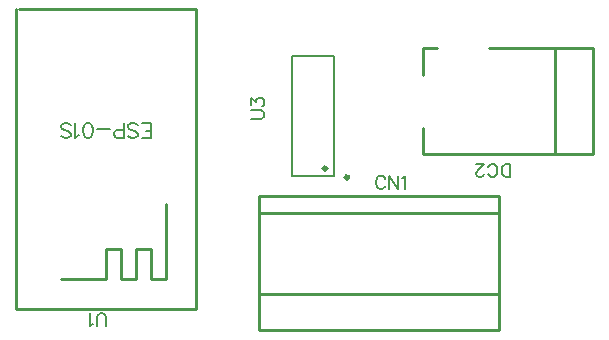
<source format=gto>
G04 Layer: TopSilkLayer*
G04 EasyEDA v6.4.20.6, 2021-08-18T22:01:06+01:00*
G04 0f83d257b5034ebfbbe3f03d496d4c61,10*
G04 Gerber Generator version 0.2*
G04 Scale: 100 percent, Rotated: No, Reflected: No *
G04 Dimensions in millimeters *
G04 leading zeros omitted , absolute positions ,4 integer and 5 decimal *
%FSLAX45Y45*%
%MOMM*%

%ADD10C,0.2540*%
%ADD14C,0.1524*%
%ADD15C,0.3000*%
%ADD16C,0.2032*%

%LPD*%
D14*
X5361177Y7036308D02*
G01*
X5355843Y7046721D01*
X5345429Y7057136D01*
X5335270Y7062215D01*
X5314441Y7062215D01*
X5304027Y7057136D01*
X5293613Y7046721D01*
X5288279Y7036308D01*
X5283200Y7020560D01*
X5283200Y6994652D01*
X5288279Y6979158D01*
X5293613Y6968744D01*
X5304027Y6958329D01*
X5314441Y6953250D01*
X5335270Y6953250D01*
X5345429Y6958329D01*
X5355843Y6968744D01*
X5361177Y6979158D01*
X5395468Y7062215D02*
G01*
X5395468Y6953250D01*
X5395468Y7062215D02*
G01*
X5468111Y6953250D01*
X5468111Y7062215D02*
G01*
X5468111Y6953250D01*
X5502402Y7041387D02*
G01*
X5512815Y7046721D01*
X5528309Y7062215D01*
X5528309Y6953250D01*
X6418300Y7053618D02*
G01*
X6418300Y7162584D01*
X6418300Y7053618D02*
G01*
X6381978Y7053618D01*
X6366230Y7058698D01*
X6356070Y7069112D01*
X6350736Y7079526D01*
X6345656Y7095274D01*
X6345656Y7121182D01*
X6350736Y7136676D01*
X6356070Y7147090D01*
X6366230Y7157504D01*
X6381978Y7162584D01*
X6418300Y7162584D01*
X6233388Y7079526D02*
G01*
X6238468Y7069112D01*
X6248882Y7058698D01*
X6259296Y7053618D01*
X6280124Y7053618D01*
X6290538Y7058698D01*
X6300952Y7069112D01*
X6306032Y7079526D01*
X6311366Y7095274D01*
X6311366Y7121182D01*
X6306032Y7136676D01*
X6300952Y7147090D01*
X6290538Y7157504D01*
X6280124Y7162584D01*
X6259296Y7162584D01*
X6248882Y7157504D01*
X6238468Y7147090D01*
X6233388Y7136676D01*
X6193764Y7079526D02*
G01*
X6193764Y7074446D01*
X6188684Y7064032D01*
X6183350Y7058698D01*
X6173190Y7053618D01*
X6152362Y7053618D01*
X6141948Y7058698D01*
X6136614Y7064032D01*
X6131534Y7074446D01*
X6131534Y7084860D01*
X6136614Y7095274D01*
X6147028Y7110768D01*
X6199098Y7162584D01*
X6126200Y7162584D01*
X2997200Y5790184D02*
G01*
X2997200Y5868162D01*
X2992120Y5883655D01*
X2981706Y5894070D01*
X2965958Y5899150D01*
X2955543Y5899150D01*
X2940050Y5894070D01*
X2929636Y5883655D01*
X2924556Y5868162D01*
X2924556Y5790184D01*
X2890265Y5811012D02*
G01*
X2879852Y5805678D01*
X2864104Y5790184D01*
X2864104Y5899150D01*
D16*
X3378200Y7385558D02*
G01*
X3378200Y7506970D01*
X3378200Y7385558D02*
G01*
X3303270Y7385558D01*
X3378200Y7443470D02*
G01*
X3331972Y7443470D01*
X3378200Y7506970D02*
G01*
X3303270Y7506970D01*
X3184143Y7402829D02*
G01*
X3195827Y7391400D01*
X3213100Y7385558D01*
X3236213Y7385558D01*
X3253486Y7391400D01*
X3265170Y7402829D01*
X3265170Y7414513D01*
X3259327Y7425944D01*
X3253486Y7431786D01*
X3242056Y7437628D01*
X3207258Y7449058D01*
X3195827Y7454900D01*
X3189986Y7460742D01*
X3184143Y7472171D01*
X3184143Y7489444D01*
X3195827Y7501128D01*
X3213100Y7506970D01*
X3236213Y7506970D01*
X3253486Y7501128D01*
X3265170Y7489444D01*
X3146043Y7385558D02*
G01*
X3146043Y7506970D01*
X3146043Y7385558D02*
G01*
X3094227Y7385558D01*
X3076956Y7391400D01*
X3071113Y7397242D01*
X3065272Y7408671D01*
X3065272Y7425944D01*
X3071113Y7437628D01*
X3076956Y7443470D01*
X3094227Y7449058D01*
X3146043Y7449058D01*
X3027172Y7454900D02*
G01*
X2923286Y7454900D01*
X2850641Y7385558D02*
G01*
X2867913Y7391400D01*
X2879343Y7408671D01*
X2885186Y7437628D01*
X2885186Y7454900D01*
X2879343Y7483855D01*
X2867913Y7501128D01*
X2850641Y7506970D01*
X2838958Y7506970D01*
X2821686Y7501128D01*
X2810256Y7483855D01*
X2804413Y7454900D01*
X2804413Y7437628D01*
X2810256Y7408671D01*
X2821686Y7391400D01*
X2838958Y7385558D01*
X2850641Y7385558D01*
X2766313Y7408671D02*
G01*
X2754629Y7402829D01*
X2737358Y7385558D01*
X2737358Y7506970D01*
X2618486Y7402829D02*
G01*
X2630170Y7391400D01*
X2647441Y7385558D01*
X2670556Y7385558D01*
X2687827Y7391400D01*
X2699258Y7402829D01*
X2699258Y7414513D01*
X2693670Y7425944D01*
X2687827Y7431786D01*
X2676143Y7437628D01*
X2641600Y7449058D01*
X2630170Y7454900D01*
X2624327Y7460742D01*
X2618486Y7472171D01*
X2618486Y7489444D01*
X2630170Y7501128D01*
X2647441Y7506970D01*
X2670556Y7506970D01*
X2687827Y7501128D01*
X2699258Y7489444D01*
D14*
X4228084Y7543800D02*
G01*
X4306061Y7543800D01*
X4321556Y7548879D01*
X4331970Y7559294D01*
X4337050Y7575042D01*
X4337050Y7585455D01*
X4331970Y7600950D01*
X4321556Y7611363D01*
X4306061Y7616444D01*
X4228084Y7616444D01*
X4228084Y7661147D02*
G01*
X4228084Y7718297D01*
X4269740Y7687310D01*
X4269740Y7702804D01*
X4274820Y7713218D01*
X4279900Y7718297D01*
X4295647Y7723631D01*
X4306061Y7723631D01*
X4321556Y7718297D01*
X4331970Y7707884D01*
X4337050Y7692389D01*
X4337050Y7676895D01*
X4331970Y7661147D01*
X4326890Y7656068D01*
X4316475Y7650734D01*
D10*
X4291601Y6887103D02*
G01*
X4292600Y5753100D01*
X4292600Y5753100D02*
G01*
X6324600Y5753100D01*
X6324600Y5753100D02*
G01*
X6324600Y6887100D01*
X4292600Y6743700D02*
G01*
X6324600Y6743700D01*
X4292600Y6057900D02*
G01*
X6324600Y6057900D01*
X6324600Y6887103D02*
G01*
X4291601Y6887103D01*
X7122604Y7245134D02*
G01*
X5681776Y7245134D01*
X7122607Y7244295D02*
G01*
X7122604Y8144291D01*
X6794525Y7245134D02*
G01*
X6794525Y8145132D01*
X5681776Y7245134D02*
G01*
X5681776Y7463119D01*
X5681776Y7916148D02*
G01*
X5681776Y8144291D01*
X7122604Y8144291D02*
G01*
X6241844Y8144291D01*
X5797806Y8144291D02*
G01*
X5681776Y8144291D01*
X3759200Y8470900D02*
G01*
X2260600Y8470900D01*
X2235200Y8470900D02*
G01*
X2235200Y6057900D01*
X2235200Y6057900D02*
G01*
X2235200Y5930900D01*
X3759200Y5930900D01*
X3759200Y8470900D01*
X3505200Y6819900D02*
G01*
X3505200Y6184900D01*
X3378200Y6184900D01*
X3378200Y6438900D01*
X3251200Y6438900D01*
X3251200Y6184900D01*
X3124200Y6184900D01*
X3124200Y6438900D01*
X2997200Y6438900D01*
X2997200Y6184900D01*
X2616200Y6184900D01*
D14*
X4926939Y7061580D02*
G01*
X4572660Y7061580D01*
X4572660Y8076819D01*
X4926939Y8076819D01*
X4926939Y7061580D01*
D15*
G75*
G01
X4866716Y7124700D02*
G03X4866716Y7124700I-15011J0D01*
G75*
G01
X5052060Y7051472D02*
G03X5052060Y7051472I-15011J0D01*
M02*

</source>
